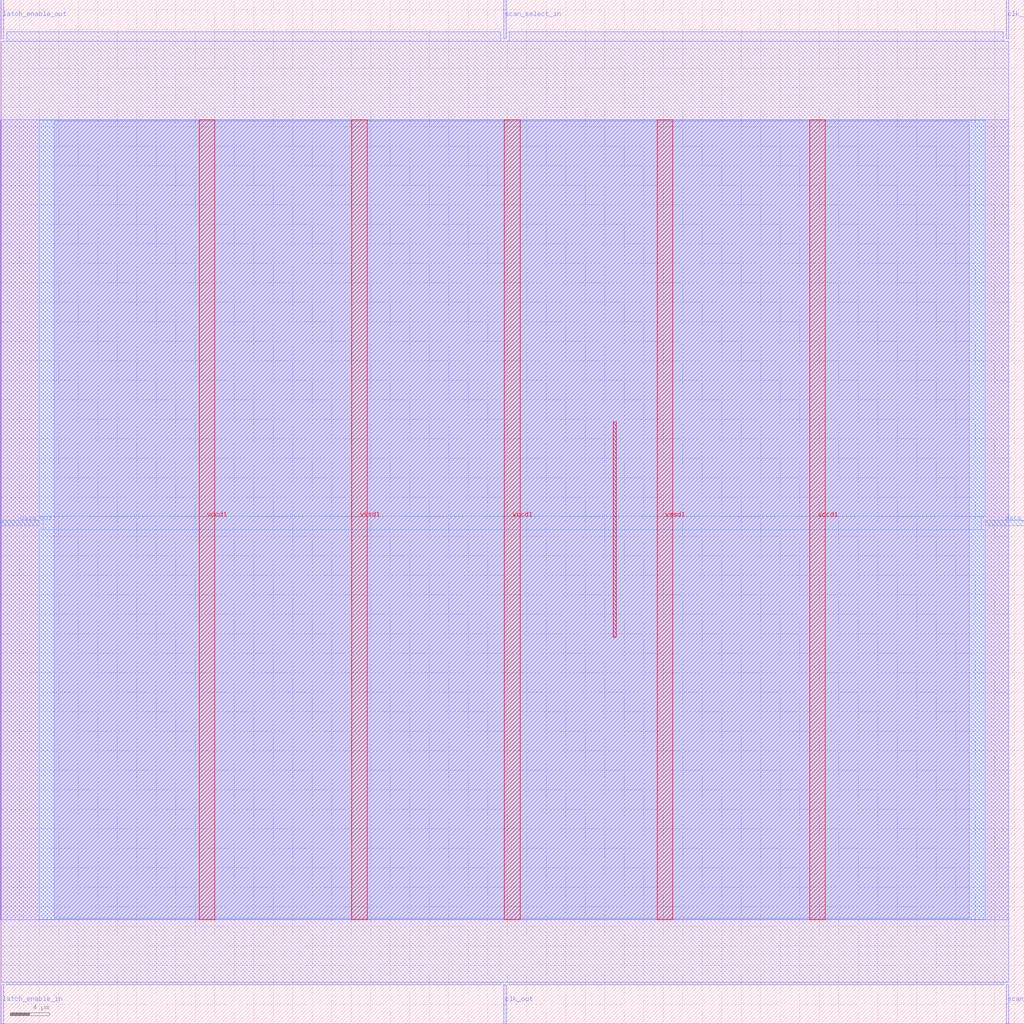
<source format=lef>
VERSION 5.7 ;
  NOWIREEXTENSIONATPIN ON ;
  DIVIDERCHAR "/" ;
  BUSBITCHARS "[]" ;
MACRO scan_wrapper_341264068701586004
  CLASS BLOCK ;
  FOREIGN scan_wrapper_341264068701586004 ;
  ORIGIN 0.000 0.000 ;
  SIZE 105.000 BY 105.000 ;
  PIN clk_in
    DIRECTION INPUT ;
    USE SIGNAL ;
    PORT
      LAYER met2 ;
        RECT 103.130 101.000 103.410 105.000 ;
    END
  END clk_in
  PIN clk_out
    DIRECTION OUTPUT TRISTATE ;
    USE SIGNAL ;
    PORT
      LAYER met2 ;
        RECT 51.610 0.000 51.890 4.000 ;
    END
  END clk_out
  PIN data_in
    DIRECTION INPUT ;
    USE SIGNAL ;
    PORT
      LAYER met3 ;
        RECT 101.000 51.040 105.000 51.640 ;
    END
  END data_in
  PIN data_out
    DIRECTION OUTPUT TRISTATE ;
    USE SIGNAL ;
    PORT
      LAYER met3 ;
        RECT 0.000 51.040 4.000 51.640 ;
    END
  END data_out
  PIN latch_enable_in
    DIRECTION INPUT ;
    USE SIGNAL ;
    PORT
      LAYER met2 ;
        RECT 0.090 0.000 0.370 4.000 ;
    END
  END latch_enable_in
  PIN latch_enable_out
    DIRECTION OUTPUT TRISTATE ;
    USE SIGNAL ;
    PORT
      LAYER met2 ;
        RECT 0.090 101.000 0.370 105.000 ;
    END
  END latch_enable_out
  PIN scan_select_in
    DIRECTION INPUT ;
    USE SIGNAL ;
    PORT
      LAYER met2 ;
        RECT 51.610 101.000 51.890 105.000 ;
    END
  END scan_select_in
  PIN scan_select_out
    DIRECTION OUTPUT TRISTATE ;
    USE SIGNAL ;
    PORT
      LAYER met2 ;
        RECT 103.130 0.000 103.410 4.000 ;
    END
  END scan_select_out
  PIN vccd1
    DIRECTION INPUT ;
    USE POWER ;
    PORT
      LAYER met4 ;
        RECT 20.380 10.640 21.980 92.720 ;
    END
    PORT
      LAYER met4 ;
        RECT 51.700 10.640 53.300 92.720 ;
    END
    PORT
      LAYER met4 ;
        RECT 83.020 10.640 84.620 92.720 ;
    END
  END vccd1
  PIN vssd1
    DIRECTION INPUT ;
    USE GROUND ;
    PORT
      LAYER met4 ;
        RECT 36.040 10.640 37.640 92.720 ;
    END
    PORT
      LAYER met4 ;
        RECT 67.360 10.640 68.960 92.720 ;
    END
  END vssd1
  OBS
      LAYER li1 ;
        RECT 5.520 10.795 99.360 92.565 ;
      LAYER met1 ;
        RECT 0.070 10.640 103.430 92.720 ;
      LAYER met2 ;
        RECT 0.650 100.720 51.330 101.730 ;
        RECT 52.170 100.720 102.850 101.730 ;
        RECT 0.100 4.280 103.400 100.720 ;
        RECT 0.650 4.000 51.330 4.280 ;
        RECT 52.170 4.000 102.850 4.280 ;
      LAYER met3 ;
        RECT 4.000 52.040 101.000 92.645 ;
        RECT 4.400 50.640 100.600 52.040 ;
        RECT 4.000 10.715 101.000 50.640 ;
      LAYER met4 ;
        RECT 62.855 39.615 63.185 61.705 ;
  END
END scan_wrapper_341264068701586004
END LIBRARY


</source>
